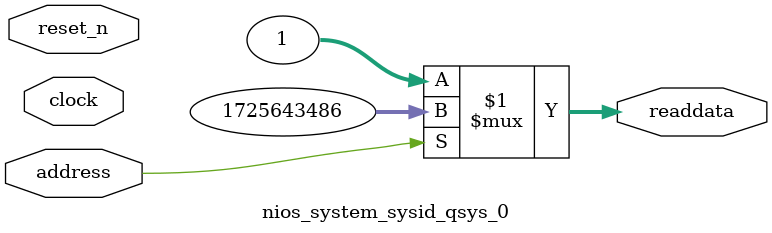
<source format=v>



// synthesis translate_off
`timescale 1ns / 1ps
// synthesis translate_on

// turn off superfluous verilog processor warnings 
// altera message_level Level1 
// altera message_off 10034 10035 10036 10037 10230 10240 10030 

module nios_system_sysid_qsys_0 (
               // inputs:
                address,
                clock,
                reset_n,

               // outputs:
                readdata
             )
;

  output  [ 31: 0] readdata;
  input            address;
  input            clock;
  input            reset_n;

  wire    [ 31: 0] readdata;
  //control_slave, which is an e_avalon_slave
  assign readdata = address ? 1725643486 : 1;

endmodule



</source>
